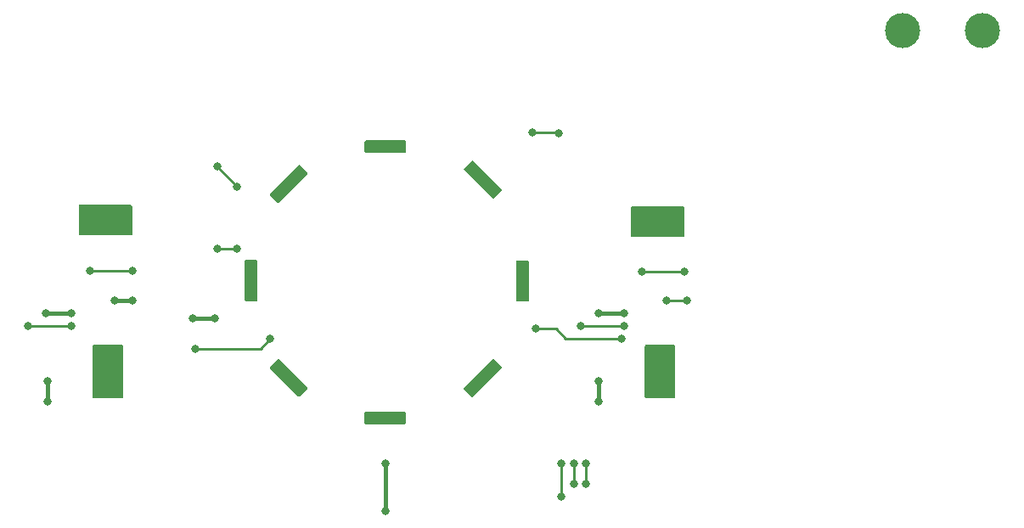
<source format=gbl>
G04 #@! TF.GenerationSoftware,KiCad,Pcbnew,(5.99.0-11497-g0fb864d596)*
G04 #@! TF.CreationDate,2021-08-10T19:57:58-04:00*
G04 #@! TF.ProjectId,K40-LED_PCB,4b34302d-4c45-4445-9f50-43422e6b6963,rev?*
G04 #@! TF.SameCoordinates,Original*
G04 #@! TF.FileFunction,Copper,L2,Bot*
G04 #@! TF.FilePolarity,Positive*
%FSLAX46Y46*%
G04 Gerber Fmt 4.6, Leading zero omitted, Abs format (unit mm)*
G04 Created by KiCad (PCBNEW (5.99.0-11497-g0fb864d596)) date 2021-08-10 19:57:58*
%MOMM*%
%LPD*%
G01*
G04 APERTURE LIST*
G04 #@! TA.AperFunction,ComponentPad*
%ADD10C,0.400000*%
G04 #@! TD*
G04 #@! TA.AperFunction,ComponentPad*
%ADD11C,3.500000*%
G04 #@! TD*
G04 #@! TA.AperFunction,ComponentPad*
%ADD12C,0.300000*%
G04 #@! TD*
G04 #@! TA.AperFunction,ViaPad*
%ADD13C,0.800000*%
G04 #@! TD*
G04 #@! TA.AperFunction,Conductor*
%ADD14C,0.250000*%
G04 #@! TD*
G04 #@! TA.AperFunction,Conductor*
%ADD15C,0.381000*%
G04 #@! TD*
G04 APERTURE END LIST*
D10*
X90928200Y-136020366D03*
X91528200Y-136020366D03*
X89728200Y-135320866D03*
X90328200Y-136020366D03*
X89128200Y-136020366D03*
X92128200Y-136020366D03*
X89128200Y-135320866D03*
X92728200Y-135320866D03*
X91528200Y-135320866D03*
X90928200Y-135320866D03*
X89728200Y-136020366D03*
X90328200Y-135320866D03*
X92728200Y-136020366D03*
X92128200Y-135320866D03*
D11*
X142500000Y-97000000D03*
X150500000Y-97000000D03*
D10*
X81922016Y-111224960D03*
X80719581Y-113416637D03*
X80295317Y-113840901D03*
X82416637Y-111719581D03*
X81497752Y-111649224D03*
X81992373Y-112143845D03*
X80649224Y-112497752D03*
X82840901Y-111295317D03*
X81568109Y-112568109D03*
X79800696Y-113346280D03*
X82346280Y-110800695D03*
X80224960Y-112922016D03*
X81073488Y-112073488D03*
X81143845Y-112992373D03*
X77225500Y-120155127D03*
X77925000Y-120755127D03*
X77925000Y-121355127D03*
X77225500Y-121955127D03*
X77925000Y-121955127D03*
X77925000Y-122555127D03*
X77925000Y-123155127D03*
X77225500Y-122555127D03*
X77225500Y-121355127D03*
X77225500Y-123755127D03*
X77925000Y-120155127D03*
X77225500Y-123155127D03*
X77925000Y-123755127D03*
X77225500Y-120755127D03*
X104275000Y-123200000D03*
X104974500Y-120800000D03*
X104275000Y-121400000D03*
X104275000Y-120800000D03*
X104974500Y-121400000D03*
X104974500Y-123800000D03*
X104275000Y-123800000D03*
X104974500Y-123200000D03*
X104974500Y-122600000D03*
X104275000Y-120200000D03*
X104275000Y-122600000D03*
X104275000Y-122000000D03*
X104974500Y-120200000D03*
X104974500Y-122000000D03*
D12*
X64990000Y-115300000D03*
X62390000Y-116600000D03*
X61090000Y-115300000D03*
X63690000Y-116600000D03*
X61090000Y-116600000D03*
X62390000Y-115300000D03*
X64990000Y-116600000D03*
X63690000Y-115300000D03*
X63950000Y-133014000D03*
X62650000Y-130414000D03*
X63950000Y-131714000D03*
X62650000Y-131714000D03*
X62650000Y-133014000D03*
X62650000Y-129114000D03*
X63950000Y-130414000D03*
X63950000Y-129114000D03*
X119014000Y-133014000D03*
X119014000Y-130414000D03*
X117714000Y-130414000D03*
X119014000Y-131714000D03*
X117714000Y-131714000D03*
X119014000Y-129114000D03*
X117714000Y-129114000D03*
X117714000Y-133014000D03*
D10*
X100926512Y-111640845D03*
X101280419Y-112983994D03*
X102199305Y-112913637D03*
X100856155Y-112559730D03*
X99653720Y-110368053D03*
X101704683Y-113408258D03*
X101350776Y-112065109D03*
X100502248Y-111216581D03*
X100007627Y-111711202D03*
X99159099Y-110862674D03*
X100431891Y-112135466D03*
X100077984Y-110792317D03*
X99583363Y-111286938D03*
X101775040Y-112489373D03*
X82840901Y-132704683D03*
X80224960Y-131077984D03*
X81073488Y-131926512D03*
X81992373Y-131856155D03*
X81497752Y-132350776D03*
X80719581Y-130583363D03*
X80649224Y-131502248D03*
X80295317Y-130159099D03*
X81922016Y-132775040D03*
X79800695Y-130653720D03*
X81143845Y-131007627D03*
X81568109Y-131431891D03*
X82416637Y-132280419D03*
X82346280Y-133199304D03*
X102199304Y-130653720D03*
X100007627Y-131856155D03*
X100431891Y-131431891D03*
X99159099Y-132704683D03*
X99653720Y-133199305D03*
X101350776Y-131502248D03*
X100856155Y-131007627D03*
X100502248Y-132350776D03*
X101775040Y-131077984D03*
X99583363Y-132280419D03*
X100926512Y-131926512D03*
X101280419Y-130583363D03*
X101704683Y-130159099D03*
X100077984Y-132775040D03*
X92161200Y-108273700D03*
X92161200Y-108973200D03*
X91561200Y-108973200D03*
X92761200Y-108273700D03*
X89761200Y-108973200D03*
X92761200Y-108973200D03*
X89161200Y-108973200D03*
X91561200Y-108273700D03*
X89161200Y-108273700D03*
X90961200Y-108973200D03*
X90961200Y-108273700D03*
X90361200Y-108273700D03*
X89761200Y-108273700D03*
X90361200Y-108973200D03*
D12*
X117454000Y-115428000D03*
X117454000Y-116728000D03*
X120054000Y-116728000D03*
X116154000Y-116728000D03*
X118754000Y-116728000D03*
X118754000Y-115428000D03*
X116154000Y-115428000D03*
X120054000Y-115428000D03*
D13*
X76200000Y-118800000D03*
X74200000Y-118800000D03*
X91000000Y-145000000D03*
X57250000Y-132000000D03*
X59690000Y-125222000D03*
X64000000Y-124000000D03*
X110998000Y-142240000D03*
X110998000Y-140208000D03*
X121000000Y-124000000D03*
X57250000Y-134000000D03*
X114766000Y-125270000D03*
X91000000Y-140250000D03*
X112200000Y-132000000D03*
X65750000Y-124000000D03*
X112200000Y-134000000D03*
X71750000Y-125750000D03*
X119000000Y-124000000D03*
X112226000Y-125270000D03*
X57150000Y-125222000D03*
X74000000Y-125750000D03*
X74200000Y-110600000D03*
X76200000Y-112600000D03*
X65750000Y-121000000D03*
X61500000Y-121000000D03*
X79500000Y-127750000D03*
X72000000Y-128750000D03*
X114500000Y-127750000D03*
X106000000Y-126800000D03*
X120800000Y-121100000D03*
X108250000Y-107250000D03*
X105600000Y-107200000D03*
X116550000Y-121100000D03*
X109750000Y-142250000D03*
X114766000Y-126540000D03*
X59690000Y-126492000D03*
X109750000Y-140250000D03*
X55372000Y-126492000D03*
X110448000Y-126540000D03*
X108500000Y-140250000D03*
X108500000Y-143500000D03*
D14*
X76200000Y-118800000D02*
X74200000Y-118800000D01*
D15*
X112226000Y-125270000D02*
X114766000Y-125270000D01*
X57150000Y-125222000D02*
X59690000Y-125222000D01*
X91000000Y-140250000D02*
X91000000Y-145000000D01*
X71750000Y-125750000D02*
X74000000Y-125750000D01*
D14*
X121000000Y-124000000D02*
X119000000Y-124000000D01*
D15*
X65750000Y-124000000D02*
X64000000Y-124000000D01*
D14*
X110998000Y-140208000D02*
X110998000Y-142240000D01*
D15*
X57250000Y-132000000D02*
X57250000Y-134000000D01*
X112200000Y-132000000D02*
X112200000Y-134000000D01*
D14*
X76200000Y-112600000D02*
X74200000Y-110600000D01*
X65750000Y-121000000D02*
X61500000Y-121000000D01*
X78500000Y-128750000D02*
X79500000Y-127750000D01*
X72000000Y-128750000D02*
X78500000Y-128750000D01*
X108950000Y-127750000D02*
X108000000Y-126800000D01*
X114500000Y-127750000D02*
X108950000Y-127750000D01*
X108000000Y-126800000D02*
X106000000Y-126800000D01*
X105600000Y-107200000D02*
X106184000Y-107200000D01*
X108200000Y-107200000D02*
X108250000Y-107250000D01*
X120800000Y-121100000D02*
X116550000Y-121100000D01*
X106184000Y-107200000D02*
X108200000Y-107200000D01*
X109750000Y-140250000D02*
X109750000Y-142250000D01*
X55372000Y-126492000D02*
X59690000Y-126492000D01*
X114766000Y-126540000D02*
X110448000Y-126540000D01*
X108500000Y-143500000D02*
X108500000Y-140250000D01*
G04 #@! TA.AperFunction,Conductor*
G36*
X120719121Y-114574002D02*
G01*
X120765614Y-114627658D01*
X120777000Y-114680000D01*
X120777000Y-117476000D01*
X120756998Y-117544121D01*
X120703342Y-117590614D01*
X120651000Y-117602000D01*
X115569000Y-117602000D01*
X115500879Y-117581998D01*
X115454386Y-117528342D01*
X115443000Y-117476000D01*
X115443000Y-114680000D01*
X115463002Y-114611879D01*
X115516658Y-114565386D01*
X115569000Y-114554000D01*
X120651000Y-114554000D01*
X120719121Y-114574002D01*
G37*
G04 #@! TD.AperFunction*
G04 #@! TA.AperFunction,Conductor*
G36*
X99694032Y-110010134D02*
G01*
X99739095Y-110039095D01*
X102535905Y-112835905D01*
X102569931Y-112898217D01*
X102564866Y-112969032D01*
X102535905Y-113014095D01*
X101789095Y-113760905D01*
X101726783Y-113794931D01*
X101655968Y-113789866D01*
X101610905Y-113760905D01*
X98814095Y-110964095D01*
X98780069Y-110901783D01*
X98785134Y-110830968D01*
X98814095Y-110785905D01*
X99560905Y-110039095D01*
X99623217Y-110005069D01*
X99694032Y-110010134D01*
G37*
G04 #@! TD.AperFunction*
G04 #@! TA.AperFunction,Conductor*
G36*
X105192121Y-119970002D02*
G01*
X105238614Y-120023658D01*
X105250000Y-120076000D01*
X105250000Y-123949000D01*
X105229998Y-124017121D01*
X105176342Y-124063614D01*
X105124000Y-124075000D01*
X104126000Y-124075000D01*
X104057879Y-124054998D01*
X104011386Y-124001342D01*
X104000000Y-123949000D01*
X104000000Y-120076000D01*
X104020002Y-120007879D01*
X104073658Y-119961386D01*
X104126000Y-119950000D01*
X105124000Y-119950000D01*
X105192121Y-119970002D01*
G37*
G04 #@! TD.AperFunction*
G04 #@! TA.AperFunction,Conductor*
G36*
X65651121Y-114447002D02*
G01*
X65697614Y-114500658D01*
X65709000Y-114553000D01*
X65709000Y-117349000D01*
X65688998Y-117417121D01*
X65635342Y-117463614D01*
X65583000Y-117475000D01*
X60501000Y-117475000D01*
X60432879Y-117454998D01*
X60386386Y-117401342D01*
X60375000Y-117349000D01*
X60375000Y-114553000D01*
X60395002Y-114484879D01*
X60448658Y-114438386D01*
X60501000Y-114427000D01*
X65583000Y-114427000D01*
X65651121Y-114447002D01*
G37*
G04 #@! TD.AperFunction*
G04 #@! TA.AperFunction,Conductor*
G36*
X80344032Y-129785134D02*
G01*
X80389095Y-129814095D01*
X83185905Y-132610905D01*
X83219931Y-132673217D01*
X83214866Y-132744032D01*
X83185905Y-132789095D01*
X82439095Y-133535905D01*
X82376783Y-133569931D01*
X82305968Y-133564866D01*
X82260905Y-133535905D01*
X79464095Y-130739095D01*
X79430069Y-130676783D01*
X79435134Y-130605968D01*
X79464095Y-130560905D01*
X80210905Y-129814095D01*
X80273217Y-129780069D01*
X80344032Y-129785134D01*
G37*
G04 #@! TD.AperFunction*
G04 #@! TA.AperFunction,Conductor*
G36*
X92917121Y-135070002D02*
G01*
X92963614Y-135123658D01*
X92975000Y-135176000D01*
X92975000Y-136174000D01*
X92954998Y-136242121D01*
X92901342Y-136288614D01*
X92849000Y-136300000D01*
X88976000Y-136300000D01*
X88907879Y-136279998D01*
X88861386Y-136226342D01*
X88850000Y-136174000D01*
X88850000Y-135176000D01*
X88870002Y-135107879D01*
X88923658Y-135061386D01*
X88976000Y-135050000D01*
X92849000Y-135050000D01*
X92917121Y-135070002D01*
G37*
G04 #@! TD.AperFunction*
G04 #@! TA.AperFunction,Conductor*
G36*
X82394032Y-110435134D02*
G01*
X82439095Y-110464095D01*
X83185905Y-111210905D01*
X83219931Y-111273217D01*
X83214866Y-111344032D01*
X83185905Y-111389095D01*
X80389095Y-114185905D01*
X80326783Y-114219931D01*
X80255968Y-114214866D01*
X80210905Y-114185905D01*
X79464095Y-113439095D01*
X79430069Y-113376783D01*
X79435134Y-113305968D01*
X79464095Y-113260905D01*
X82260905Y-110464095D01*
X82323217Y-110430069D01*
X82394032Y-110435134D01*
G37*
G04 #@! TD.AperFunction*
G04 #@! TA.AperFunction,Conductor*
G36*
X92967121Y-108020002D02*
G01*
X93013614Y-108073658D01*
X93025000Y-108126000D01*
X93025000Y-109124000D01*
X93004998Y-109192121D01*
X92951342Y-109238614D01*
X92899000Y-109250000D01*
X89026000Y-109250000D01*
X88957879Y-109229998D01*
X88911386Y-109176342D01*
X88900000Y-109124000D01*
X88900000Y-108126000D01*
X88920002Y-108057879D01*
X88973658Y-108011386D01*
X89026000Y-108000000D01*
X92899000Y-108000000D01*
X92967121Y-108020002D01*
G37*
G04 #@! TD.AperFunction*
G04 #@! TA.AperFunction,Conductor*
G36*
X119830121Y-128417002D02*
G01*
X119876614Y-128470658D01*
X119888000Y-128523000D01*
X119888000Y-133605000D01*
X119867998Y-133673121D01*
X119814342Y-133719614D01*
X119762000Y-133731000D01*
X116966000Y-133731000D01*
X116897879Y-133710998D01*
X116851386Y-133657342D01*
X116840000Y-133605000D01*
X116840000Y-128523000D01*
X116860002Y-128454879D01*
X116913658Y-128408386D01*
X116966000Y-128397000D01*
X119762000Y-128397000D01*
X119830121Y-128417002D01*
G37*
G04 #@! TD.AperFunction*
G04 #@! TA.AperFunction,Conductor*
G36*
X78142121Y-119920002D02*
G01*
X78188614Y-119973658D01*
X78200000Y-120026000D01*
X78200000Y-123899000D01*
X78179998Y-123967121D01*
X78126342Y-124013614D01*
X78074000Y-124025000D01*
X77076000Y-124025000D01*
X77007879Y-124004998D01*
X76961386Y-123951342D01*
X76950000Y-123899000D01*
X76950000Y-120026000D01*
X76970002Y-119957879D01*
X77023658Y-119911386D01*
X77076000Y-119900000D01*
X78074000Y-119900000D01*
X78142121Y-119920002D01*
G37*
G04 #@! TD.AperFunction*
G04 #@! TA.AperFunction,Conductor*
G36*
X64765121Y-128404002D02*
G01*
X64811614Y-128457658D01*
X64823000Y-128510000D01*
X64823000Y-133592000D01*
X64802998Y-133660121D01*
X64749342Y-133706614D01*
X64697000Y-133718000D01*
X61901000Y-133718000D01*
X61832879Y-133697998D01*
X61786386Y-133644342D01*
X61775000Y-133592000D01*
X61775000Y-128510000D01*
X61795002Y-128441879D01*
X61848658Y-128395386D01*
X61901000Y-128384000D01*
X64697000Y-128384000D01*
X64765121Y-128404002D01*
G37*
G04 #@! TD.AperFunction*
G04 #@! TA.AperFunction,Conductor*
G36*
X101744032Y-129810134D02*
G01*
X101789095Y-129839095D01*
X102535905Y-130585905D01*
X102569931Y-130648217D01*
X102564866Y-130719032D01*
X102535905Y-130764095D01*
X99739095Y-133560905D01*
X99676783Y-133594931D01*
X99605968Y-133589866D01*
X99560905Y-133560905D01*
X98814095Y-132814095D01*
X98780069Y-132751783D01*
X98785134Y-132680968D01*
X98814095Y-132635905D01*
X101610905Y-129839095D01*
X101673217Y-129805069D01*
X101744032Y-129810134D01*
G37*
G04 #@! TD.AperFunction*
M02*

</source>
